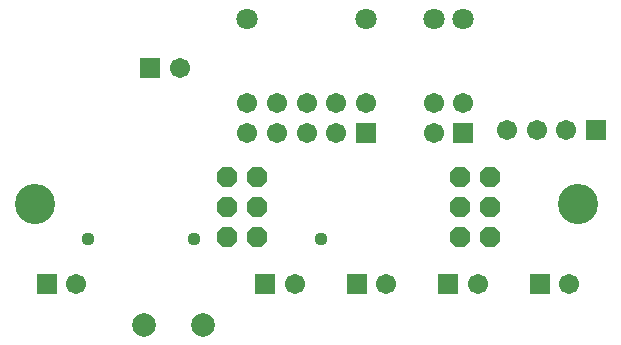
<source format=gbr>
G04 EAGLE Gerber RS-274X export*
G75*
%MOMM*%
%FSLAX34Y34*%
%LPD*%
%INSoldermask Bottom*%
%IPPOS*%
%AMOC8*
5,1,8,0,0,1.08239X$1,22.5*%
G01*
%ADD10C,3.403200*%
%ADD11R,1.711200X1.711200*%
%ADD12C,1.711200*%
%ADD13C,1.803200*%
%ADD14P,1.869504X8X292.500000*%
%ADD15C,2.003200*%
%ADD16C,1.109600*%


D10*
X230000Y145000D03*
X-230000Y145000D03*
D11*
X50000Y205000D03*
D12*
X25000Y205000D03*
X0Y205000D03*
X-25000Y205000D03*
X-50000Y205000D03*
X50000Y230000D03*
X25000Y230000D03*
X0Y230000D03*
X-25000Y230000D03*
X-50000Y230000D03*
D13*
X-50000Y301800D03*
X50000Y301800D03*
D11*
X-35000Y77500D03*
D12*
X-10000Y77500D03*
D11*
X120000Y77500D03*
D12*
X145000Y77500D03*
D11*
X42500Y77500D03*
D12*
X67500Y77500D03*
D11*
X197500Y77500D03*
D12*
X222500Y77500D03*
D14*
X-67700Y167900D03*
X-42300Y167900D03*
X-67700Y142500D03*
X-42300Y142500D03*
X-67700Y117100D03*
X-42300Y117100D03*
X129800Y167900D03*
X155200Y167900D03*
X129800Y142500D03*
X155200Y142500D03*
X129800Y117100D03*
X155200Y117100D03*
D11*
X245000Y207500D03*
D12*
X220000Y207500D03*
X195000Y207500D03*
X170000Y207500D03*
D11*
X132500Y205000D03*
D12*
X107500Y205000D03*
X132500Y230000D03*
X107500Y230000D03*
D13*
X107500Y301800D03*
X132500Y301800D03*
D11*
X-132500Y260000D03*
D12*
X-107500Y260000D03*
D11*
X-220000Y77500D03*
D12*
X-195000Y77500D03*
D15*
X-87500Y42500D03*
X-137500Y42500D03*
D16*
X-95000Y115000D03*
X12500Y115000D03*
X-185000Y115000D03*
M02*

</source>
